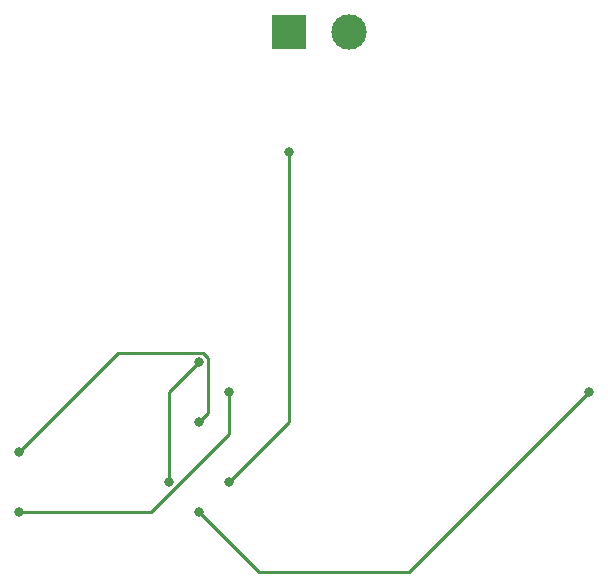
<source format=gbr>
%TF.GenerationSoftware,KiCad,Pcbnew,(6.0.10)*%
%TF.CreationDate,2023-02-16T14:21:37-08:00*%
%TF.ProjectId,project1_2,70726f6a-6563-4743-915f-322e6b696361,rev?*%
%TF.SameCoordinates,Original*%
%TF.FileFunction,Copper,L2,Bot*%
%TF.FilePolarity,Positive*%
%FSLAX46Y46*%
G04 Gerber Fmt 4.6, Leading zero omitted, Abs format (unit mm)*
G04 Created by KiCad (PCBNEW (6.0.10)) date 2023-02-16 14:21:37*
%MOMM*%
%LPD*%
G01*
G04 APERTURE LIST*
%TA.AperFunction,ComponentPad*%
%ADD10R,3.000000X3.000000*%
%TD*%
%TA.AperFunction,ComponentPad*%
%ADD11C,3.000000*%
%TD*%
%TA.AperFunction,ViaPad*%
%ADD12C,0.800000*%
%TD*%
%TA.AperFunction,Conductor*%
%ADD13C,0.250000*%
%TD*%
G04 APERTURE END LIST*
D10*
%TO.P,J1,1,Pin_1*%
%TO.N,+9V*%
X147320000Y-45720000D03*
D11*
%TO.P,J1,2,Pin_2*%
%TO.N,GND*%
X152400000Y-45720000D03*
%TD*%
D12*
%TO.N,Net-(C1-Pad1)*%
X142240000Y-76200000D03*
X124460000Y-86360000D03*
X142240000Y-76200000D03*
%TO.N,Net-(C2-Pad1)*%
X137160000Y-83820000D03*
X139700000Y-73660000D03*
%TO.N,+9V*%
X147320000Y-55880000D03*
X139700000Y-86360000D03*
X142240000Y-83820000D03*
X139700000Y-86360000D03*
X172720000Y-76200000D03*
%TO.N,Net-(R1-Pad2)*%
X139700000Y-78740000D03*
X139700000Y-78740000D03*
X124460000Y-81280000D03*
%TD*%
D13*
%TO.N,Net-(C1-Pad1)*%
X142240000Y-79765305D02*
X135645305Y-86360000D01*
X142240000Y-76200000D02*
X142240000Y-79765305D01*
X135645305Y-86360000D02*
X124460000Y-86360000D01*
%TO.N,Net-(C2-Pad1)*%
X137160000Y-76200000D02*
X139700000Y-73660000D01*
X137160000Y-83820000D02*
X137160000Y-76200000D01*
%TO.N,+9V*%
X147320000Y-78740000D02*
X142240000Y-83820000D01*
X157480000Y-91440000D02*
X149860000Y-91440000D01*
X172720000Y-76200000D02*
X157480000Y-91440000D01*
X144780000Y-91440000D02*
X139700000Y-86360000D01*
X147320000Y-55880000D02*
X147320000Y-78740000D01*
X149860000Y-91440000D02*
X144780000Y-91440000D01*
%TO.N,Net-(R1-Pad2)*%
X140425000Y-73359695D02*
X140000305Y-72935000D01*
X140000305Y-72935000D02*
X132805000Y-72935000D01*
X139700000Y-78740000D02*
X140425000Y-78015000D01*
X132805000Y-72935000D02*
X124460000Y-81280000D01*
X140425000Y-78015000D02*
X140425000Y-73359695D01*
%TD*%
M02*

</source>
